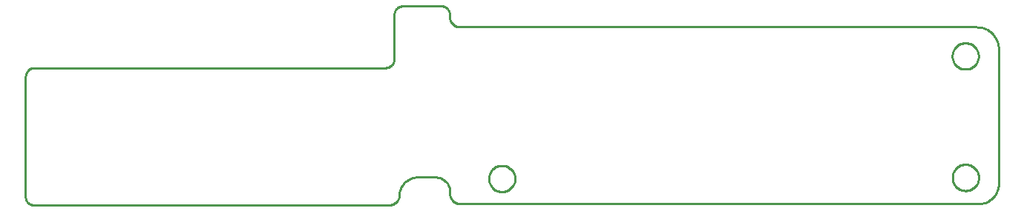
<source format=gbr>
G04 EAGLE Gerber RS-274X export*
G75*
%MOMM*%
%FSLAX34Y34*%
%LPD*%
%IN*%
%IPPOS*%
%AMOC8*
5,1,8,0,0,1.08239X$1,22.5*%
G01*
%ADD10C,0.254000*%


D10*
X-396494Y119380D02*
X-396460Y118605D01*
X-396359Y117836D01*
X-396191Y117079D01*
X-395958Y116339D01*
X-395661Y115623D01*
X-395303Y114935D01*
X-394886Y114281D01*
X-394414Y113666D01*
X-393890Y113094D01*
X-393318Y112570D01*
X-392703Y112098D01*
X-392049Y111681D01*
X-391361Y111323D01*
X-390645Y111026D01*
X-389905Y110793D01*
X-389148Y110625D01*
X-388379Y110524D01*
X-387604Y110490D01*
X18796Y110490D01*
X19759Y110521D01*
X20717Y110636D01*
X21660Y110834D01*
X22583Y111113D01*
X23477Y111472D01*
X24338Y111907D01*
X25156Y112415D01*
X25928Y112993D01*
X26646Y113636D01*
X27305Y114340D01*
X27901Y115098D01*
X28428Y115905D01*
X28883Y116754D01*
X29262Y117641D01*
X29563Y118557D01*
X29782Y119495D01*
X29919Y120450D01*
X29972Y121412D01*
X30051Y123227D01*
X30288Y125029D01*
X30682Y126803D01*
X31228Y128536D01*
X31923Y130214D01*
X32762Y131826D01*
X33739Y133358D01*
X34845Y134800D01*
X36072Y136140D01*
X37412Y137367D01*
X38854Y138473D01*
X40386Y139450D01*
X41998Y140289D01*
X43676Y140984D01*
X45409Y141530D01*
X47183Y141924D01*
X48985Y142161D01*
X50800Y142240D01*
X71120Y142240D01*
X72559Y142177D01*
X73987Y141989D01*
X75393Y141677D01*
X76767Y141244D01*
X78097Y140693D01*
X79375Y140028D01*
X80590Y139254D01*
X81732Y138377D01*
X82794Y137404D01*
X83767Y136342D01*
X84644Y135200D01*
X85418Y133985D01*
X86083Y132707D01*
X86634Y131377D01*
X87067Y130003D01*
X87379Y128597D01*
X87567Y127169D01*
X87630Y125730D01*
X87630Y123190D01*
X87674Y122194D01*
X87804Y121205D01*
X88019Y120232D01*
X88319Y119281D01*
X88701Y118359D01*
X89161Y117475D01*
X89697Y116634D01*
X90304Y115843D01*
X90978Y115108D01*
X91713Y114434D01*
X92504Y113827D01*
X93345Y113291D01*
X94229Y112831D01*
X95151Y112449D01*
X96102Y112149D01*
X97075Y111934D01*
X98064Y111804D01*
X99060Y111760D01*
X690880Y111760D01*
X692872Y111847D01*
X694850Y112107D01*
X696797Y112539D01*
X698699Y113139D01*
X700541Y113902D01*
X702310Y114823D01*
X703992Y115894D01*
X705574Y117108D01*
X707044Y118456D01*
X708392Y119926D01*
X709606Y121508D01*
X710677Y123190D01*
X711598Y124959D01*
X712361Y126801D01*
X712961Y128703D01*
X713393Y130650D01*
X713653Y132628D01*
X713740Y134620D01*
X713740Y288290D01*
X713642Y290526D01*
X713350Y292745D01*
X712866Y294930D01*
X712193Y297064D01*
X711336Y299132D01*
X710303Y301117D01*
X709101Y303005D01*
X707738Y304780D01*
X706226Y306430D01*
X704576Y307942D01*
X702801Y309305D01*
X700913Y310507D01*
X698928Y311540D01*
X696860Y312397D01*
X694726Y313070D01*
X692541Y313554D01*
X690322Y313846D01*
X688086Y313944D01*
X99060Y313944D01*
X98042Y313988D01*
X97031Y314122D01*
X96036Y314342D01*
X95064Y314649D01*
X94122Y315039D01*
X93218Y315509D01*
X92358Y316057D01*
X91550Y316678D01*
X90798Y317366D01*
X90110Y318118D01*
X89489Y318926D01*
X88941Y319786D01*
X88471Y320690D01*
X88081Y321632D01*
X87774Y322604D01*
X87554Y323599D01*
X87420Y324610D01*
X87376Y325628D01*
X87376Y328676D01*
X87341Y329473D01*
X87237Y330264D01*
X87064Y331043D01*
X86825Y331803D01*
X86519Y332540D01*
X86151Y333248D01*
X85722Y333921D01*
X85237Y334554D01*
X84698Y335142D01*
X84110Y335681D01*
X83477Y336166D01*
X82804Y336595D01*
X82096Y336963D01*
X81359Y337269D01*
X80599Y337508D01*
X79820Y337681D01*
X79029Y337785D01*
X78232Y337820D01*
X34290Y337820D01*
X33405Y337781D01*
X32526Y337666D01*
X31660Y337474D01*
X30815Y337207D01*
X29996Y336868D01*
X29210Y336459D01*
X28462Y335983D01*
X27759Y335443D01*
X27106Y334844D01*
X26507Y334191D01*
X25967Y333488D01*
X25491Y332740D01*
X25082Y331954D01*
X24743Y331135D01*
X24476Y330290D01*
X24284Y329424D01*
X24169Y328546D01*
X24130Y327660D01*
X24130Y277114D01*
X24092Y276251D01*
X23980Y275394D01*
X23792Y274550D01*
X23533Y273726D01*
X23202Y272928D01*
X22803Y272161D01*
X22339Y271432D01*
X21812Y270747D01*
X21229Y270109D01*
X20591Y269526D01*
X19906Y268999D01*
X19177Y268535D01*
X18410Y268136D01*
X17612Y267805D01*
X16788Y267546D01*
X15944Y267359D01*
X15087Y267246D01*
X14224Y267208D01*
X-386334Y267208D01*
X-387220Y267169D01*
X-388098Y267054D01*
X-388964Y266862D01*
X-389809Y266595D01*
X-390628Y266256D01*
X-391414Y265847D01*
X-392162Y265371D01*
X-392865Y264831D01*
X-393518Y264232D01*
X-394117Y263579D01*
X-394657Y262876D01*
X-395133Y262128D01*
X-395542Y261342D01*
X-395881Y260523D01*
X-396148Y259678D01*
X-396340Y258812D01*
X-396455Y257934D01*
X-396494Y257048D01*
X-396494Y119380D01*
X690894Y280134D02*
X690818Y279066D01*
X690665Y278005D01*
X690437Y276958D01*
X690135Y275930D01*
X689761Y274926D01*
X689316Y273951D01*
X688802Y273011D01*
X688223Y272110D01*
X687581Y271252D01*
X686879Y270442D01*
X686122Y269685D01*
X685312Y268983D01*
X684454Y268341D01*
X683553Y267762D01*
X682613Y267248D01*
X681638Y266803D01*
X680634Y266429D01*
X679606Y266127D01*
X678559Y265899D01*
X677498Y265746D01*
X676430Y265670D01*
X675358Y265670D01*
X674290Y265746D01*
X673229Y265899D01*
X672182Y266127D01*
X671154Y266429D01*
X670150Y266803D01*
X669175Y267248D01*
X668235Y267762D01*
X667334Y268341D01*
X666476Y268983D01*
X665666Y269685D01*
X664909Y270442D01*
X664207Y271252D01*
X663565Y272110D01*
X662986Y273011D01*
X662472Y273951D01*
X662027Y274926D01*
X661653Y275930D01*
X661351Y276958D01*
X661123Y278005D01*
X660970Y279066D01*
X660894Y280134D01*
X660894Y281206D01*
X660970Y282274D01*
X661123Y283335D01*
X661351Y284382D01*
X661653Y285410D01*
X662027Y286414D01*
X662472Y287389D01*
X662986Y288329D01*
X663565Y289230D01*
X664207Y290088D01*
X664909Y290898D01*
X665666Y291655D01*
X666476Y292357D01*
X667334Y292999D01*
X668235Y293578D01*
X669175Y294092D01*
X670150Y294537D01*
X671154Y294911D01*
X672182Y295213D01*
X673229Y295441D01*
X674290Y295594D01*
X675358Y295670D01*
X676430Y295670D01*
X677498Y295594D01*
X678559Y295441D01*
X679606Y295213D01*
X680634Y294911D01*
X681638Y294537D01*
X682613Y294092D01*
X683553Y293578D01*
X684454Y292999D01*
X685312Y292357D01*
X686122Y291655D01*
X686879Y290898D01*
X687581Y290088D01*
X688223Y289230D01*
X688802Y288329D01*
X689316Y287389D01*
X689761Y286414D01*
X690135Y285410D01*
X690437Y284382D01*
X690665Y283335D01*
X690818Y282274D01*
X690894Y281206D01*
X690894Y280134D01*
X691148Y141196D02*
X691072Y140128D01*
X690919Y139067D01*
X690691Y138020D01*
X690389Y136992D01*
X690015Y135988D01*
X689570Y135013D01*
X689056Y134073D01*
X688477Y133172D01*
X687835Y132314D01*
X687133Y131504D01*
X686376Y130747D01*
X685566Y130045D01*
X684708Y129403D01*
X683807Y128824D01*
X682867Y128310D01*
X681892Y127865D01*
X680888Y127491D01*
X679860Y127189D01*
X678813Y126961D01*
X677752Y126808D01*
X676684Y126732D01*
X675612Y126732D01*
X674544Y126808D01*
X673483Y126961D01*
X672436Y127189D01*
X671408Y127491D01*
X670404Y127865D01*
X669429Y128310D01*
X668489Y128824D01*
X667588Y129403D01*
X666730Y130045D01*
X665920Y130747D01*
X665163Y131504D01*
X664461Y132314D01*
X663819Y133172D01*
X663240Y134073D01*
X662726Y135013D01*
X662281Y135988D01*
X661907Y136992D01*
X661605Y138020D01*
X661377Y139067D01*
X661224Y140128D01*
X661148Y141196D01*
X661148Y142268D01*
X661224Y143336D01*
X661377Y144397D01*
X661605Y145444D01*
X661907Y146472D01*
X662281Y147476D01*
X662726Y148451D01*
X663240Y149391D01*
X663819Y150292D01*
X664461Y151150D01*
X665163Y151960D01*
X665920Y152717D01*
X666730Y153419D01*
X667588Y154061D01*
X668489Y154640D01*
X669429Y155154D01*
X670404Y155599D01*
X671408Y155973D01*
X672436Y156275D01*
X673483Y156503D01*
X674544Y156656D01*
X675612Y156732D01*
X676684Y156732D01*
X677752Y156656D01*
X678813Y156503D01*
X679860Y156275D01*
X680888Y155973D01*
X681892Y155599D01*
X682867Y155154D01*
X683807Y154640D01*
X684708Y154061D01*
X685566Y153419D01*
X686376Y152717D01*
X687133Y151960D01*
X687835Y151150D01*
X688477Y150292D01*
X689056Y149391D01*
X689570Y148451D01*
X690015Y147476D01*
X690389Y146472D01*
X690691Y145444D01*
X690919Y144397D01*
X691072Y143336D01*
X691148Y142268D01*
X691148Y141196D01*
X162066Y139926D02*
X161990Y138858D01*
X161837Y137797D01*
X161609Y136750D01*
X161307Y135722D01*
X160933Y134718D01*
X160488Y133743D01*
X159974Y132803D01*
X159395Y131902D01*
X158753Y131044D01*
X158051Y130234D01*
X157294Y129477D01*
X156484Y128775D01*
X155626Y128133D01*
X154725Y127554D01*
X153785Y127040D01*
X152810Y126595D01*
X151806Y126221D01*
X150778Y125919D01*
X149731Y125691D01*
X148670Y125538D01*
X147602Y125462D01*
X146530Y125462D01*
X145462Y125538D01*
X144401Y125691D01*
X143354Y125919D01*
X142326Y126221D01*
X141322Y126595D01*
X140347Y127040D01*
X139407Y127554D01*
X138506Y128133D01*
X137648Y128775D01*
X136838Y129477D01*
X136081Y130234D01*
X135379Y131044D01*
X134737Y131902D01*
X134158Y132803D01*
X133644Y133743D01*
X133199Y134718D01*
X132825Y135722D01*
X132523Y136750D01*
X132295Y137797D01*
X132142Y138858D01*
X132066Y139926D01*
X132066Y140998D01*
X132142Y142066D01*
X132295Y143127D01*
X132523Y144174D01*
X132825Y145202D01*
X133199Y146206D01*
X133644Y147181D01*
X134158Y148121D01*
X134737Y149022D01*
X135379Y149880D01*
X136081Y150690D01*
X136838Y151447D01*
X137648Y152149D01*
X138506Y152791D01*
X139407Y153370D01*
X140347Y153884D01*
X141322Y154329D01*
X142326Y154703D01*
X143354Y155005D01*
X144401Y155233D01*
X145462Y155386D01*
X146530Y155462D01*
X147602Y155462D01*
X148670Y155386D01*
X149731Y155233D01*
X150778Y155005D01*
X151806Y154703D01*
X152810Y154329D01*
X153785Y153884D01*
X154725Y153370D01*
X155626Y152791D01*
X156484Y152149D01*
X157294Y151447D01*
X158051Y150690D01*
X158753Y149880D01*
X159395Y149022D01*
X159974Y148121D01*
X160488Y147181D01*
X160933Y146206D01*
X161307Y145202D01*
X161609Y144174D01*
X161837Y143127D01*
X161990Y142066D01*
X162066Y140998D01*
X162066Y139926D01*
M02*

</source>
